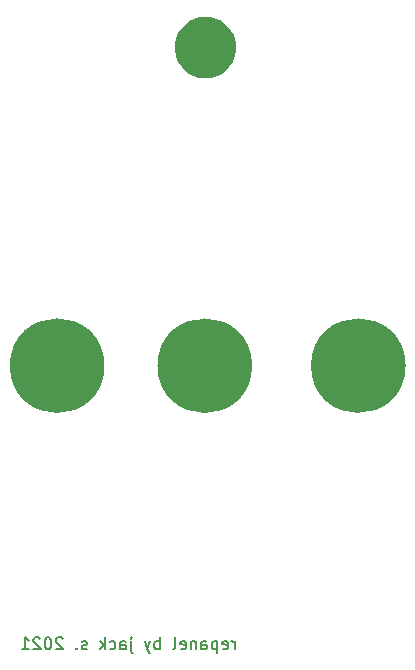
<source format=gbr>
G04 #@! TF.GenerationSoftware,KiCad,Pcbnew,(5.1.5-0)*
G04 #@! TF.CreationDate,2021-01-12T21:58:13-08:00*
G04 #@! TF.ProjectId,delaynomore,64656c61-796e-46f6-9d6f-72652e6b6963,rev?*
G04 #@! TF.SameCoordinates,Original*
G04 #@! TF.FileFunction,Soldermask,Bot*
G04 #@! TF.FilePolarity,Negative*
%FSLAX46Y46*%
G04 Gerber Fmt 4.6, Leading zero omitted, Abs format (unit mm)*
G04 Created by KiCad (PCBNEW (5.1.5-0)) date 2021-01-12 21:58:13*
%MOMM*%
%LPD*%
G04 APERTURE LIST*
%ADD10C,1.000000*%
%ADD11C,0.150000*%
%ADD12C,0.100000*%
G04 APERTURE END LIST*
D10*
X36700000Y-97450000D02*
G75*
G03X36700000Y-97450000I-3500000J0D01*
G01*
D11*
X22726190Y-121452380D02*
X22726190Y-120785714D01*
X22726190Y-120976190D02*
X22678571Y-120880952D01*
X22630952Y-120833333D01*
X22535714Y-120785714D01*
X22440476Y-120785714D01*
X21726190Y-121404761D02*
X21821428Y-121452380D01*
X22011904Y-121452380D01*
X22107142Y-121404761D01*
X22154761Y-121309523D01*
X22154761Y-120928571D01*
X22107142Y-120833333D01*
X22011904Y-120785714D01*
X21821428Y-120785714D01*
X21726190Y-120833333D01*
X21678571Y-120928571D01*
X21678571Y-121023809D01*
X22154761Y-121119047D01*
X21250000Y-120785714D02*
X21250000Y-121785714D01*
X21250000Y-120833333D02*
X21154761Y-120785714D01*
X20964285Y-120785714D01*
X20869047Y-120833333D01*
X20821428Y-120880952D01*
X20773809Y-120976190D01*
X20773809Y-121261904D01*
X20821428Y-121357142D01*
X20869047Y-121404761D01*
X20964285Y-121452380D01*
X21154761Y-121452380D01*
X21250000Y-121404761D01*
X19916666Y-121452380D02*
X19916666Y-120928571D01*
X19964285Y-120833333D01*
X20059523Y-120785714D01*
X20250000Y-120785714D01*
X20345238Y-120833333D01*
X19916666Y-121404761D02*
X20011904Y-121452380D01*
X20250000Y-121452380D01*
X20345238Y-121404761D01*
X20392857Y-121309523D01*
X20392857Y-121214285D01*
X20345238Y-121119047D01*
X20250000Y-121071428D01*
X20011904Y-121071428D01*
X19916666Y-121023809D01*
X19440476Y-120785714D02*
X19440476Y-121452380D01*
X19440476Y-120880952D02*
X19392857Y-120833333D01*
X19297619Y-120785714D01*
X19154761Y-120785714D01*
X19059523Y-120833333D01*
X19011904Y-120928571D01*
X19011904Y-121452380D01*
X18154761Y-121404761D02*
X18250000Y-121452380D01*
X18440476Y-121452380D01*
X18535714Y-121404761D01*
X18583333Y-121309523D01*
X18583333Y-120928571D01*
X18535714Y-120833333D01*
X18440476Y-120785714D01*
X18250000Y-120785714D01*
X18154761Y-120833333D01*
X18107142Y-120928571D01*
X18107142Y-121023809D01*
X18583333Y-121119047D01*
X17535714Y-121452380D02*
X17630952Y-121404761D01*
X17678571Y-121309523D01*
X17678571Y-120452380D01*
X16392857Y-121452380D02*
X16392857Y-120452380D01*
X16392857Y-120833333D02*
X16297619Y-120785714D01*
X16107142Y-120785714D01*
X16011904Y-120833333D01*
X15964285Y-120880952D01*
X15916666Y-120976190D01*
X15916666Y-121261904D01*
X15964285Y-121357142D01*
X16011904Y-121404761D01*
X16107142Y-121452380D01*
X16297619Y-121452380D01*
X16392857Y-121404761D01*
X15583333Y-120785714D02*
X15345238Y-121452380D01*
X15107142Y-120785714D02*
X15345238Y-121452380D01*
X15440476Y-121690476D01*
X15488095Y-121738095D01*
X15583333Y-121785714D01*
X13964285Y-120785714D02*
X13964285Y-121642857D01*
X14011904Y-121738095D01*
X14107142Y-121785714D01*
X14154761Y-121785714D01*
X13964285Y-120452380D02*
X14011904Y-120500000D01*
X13964285Y-120547619D01*
X13916666Y-120500000D01*
X13964285Y-120452380D01*
X13964285Y-120547619D01*
X13059523Y-121452380D02*
X13059523Y-120928571D01*
X13107142Y-120833333D01*
X13202380Y-120785714D01*
X13392857Y-120785714D01*
X13488095Y-120833333D01*
X13059523Y-121404761D02*
X13154761Y-121452380D01*
X13392857Y-121452380D01*
X13488095Y-121404761D01*
X13535714Y-121309523D01*
X13535714Y-121214285D01*
X13488095Y-121119047D01*
X13392857Y-121071428D01*
X13154761Y-121071428D01*
X13059523Y-121023809D01*
X12154761Y-121404761D02*
X12250000Y-121452380D01*
X12440476Y-121452380D01*
X12535714Y-121404761D01*
X12583333Y-121357142D01*
X12630952Y-121261904D01*
X12630952Y-120976190D01*
X12583333Y-120880952D01*
X12535714Y-120833333D01*
X12440476Y-120785714D01*
X12250000Y-120785714D01*
X12154761Y-120833333D01*
X11726190Y-121452380D02*
X11726190Y-120452380D01*
X11630952Y-121071428D02*
X11345238Y-121452380D01*
X11345238Y-120785714D02*
X11726190Y-121166666D01*
X10202380Y-121404761D02*
X10107142Y-121452380D01*
X9916666Y-121452380D01*
X9821428Y-121404761D01*
X9773809Y-121309523D01*
X9773809Y-121261904D01*
X9821428Y-121166666D01*
X9916666Y-121119047D01*
X10059523Y-121119047D01*
X10154761Y-121071428D01*
X10202380Y-120976190D01*
X10202380Y-120928571D01*
X10154761Y-120833333D01*
X10059523Y-120785714D01*
X9916666Y-120785714D01*
X9821428Y-120833333D01*
X9345238Y-121357142D02*
X9297619Y-121404761D01*
X9345238Y-121452380D01*
X9392857Y-121404761D01*
X9345238Y-121357142D01*
X9345238Y-121452380D01*
X8154761Y-120547619D02*
X8107142Y-120500000D01*
X8011904Y-120452380D01*
X7773809Y-120452380D01*
X7678571Y-120500000D01*
X7630952Y-120547619D01*
X7583333Y-120642857D01*
X7583333Y-120738095D01*
X7630952Y-120880952D01*
X8202380Y-121452380D01*
X7583333Y-121452380D01*
X6964285Y-120452380D02*
X6869047Y-120452380D01*
X6773809Y-120500000D01*
X6726190Y-120547619D01*
X6678571Y-120642857D01*
X6630952Y-120833333D01*
X6630952Y-121071428D01*
X6678571Y-121261904D01*
X6726190Y-121357142D01*
X6773809Y-121404761D01*
X6869047Y-121452380D01*
X6964285Y-121452380D01*
X7059523Y-121404761D01*
X7107142Y-121357142D01*
X7154761Y-121261904D01*
X7202380Y-121071428D01*
X7202380Y-120833333D01*
X7154761Y-120642857D01*
X7107142Y-120547619D01*
X7059523Y-120500000D01*
X6964285Y-120452380D01*
X6250000Y-120547619D02*
X6202380Y-120500000D01*
X6107142Y-120452380D01*
X5869047Y-120452380D01*
X5773809Y-120500000D01*
X5726190Y-120547619D01*
X5678571Y-120642857D01*
X5678571Y-120738095D01*
X5726190Y-120880952D01*
X6297619Y-121452380D01*
X5678571Y-121452380D01*
X4726190Y-121452380D02*
X5297619Y-121452380D01*
X5011904Y-121452380D02*
X5011904Y-120452380D01*
X5107142Y-120595238D01*
X5202380Y-120690476D01*
X5297619Y-120738095D01*
D10*
X11200000Y-97450000D02*
G75*
G03X11200000Y-97450000I-3500000J0D01*
G01*
X23700000Y-97450000D02*
G75*
G03X23700000Y-97450000I-3500000J0D01*
G01*
D12*
G36*
X33804975Y-94408585D02*
G01*
X34104528Y-94468170D01*
X34668874Y-94701930D01*
X35176772Y-95041296D01*
X35608704Y-95473228D01*
X35948070Y-95981126D01*
X36181830Y-96545472D01*
X36301000Y-97144578D01*
X36301000Y-97755422D01*
X36181830Y-98354528D01*
X35948070Y-98918874D01*
X35608704Y-99426772D01*
X35176772Y-99858704D01*
X34668874Y-100198070D01*
X34104528Y-100431830D01*
X33804975Y-100491415D01*
X33505423Y-100551000D01*
X32894577Y-100551000D01*
X32595025Y-100491415D01*
X32295472Y-100431830D01*
X31731126Y-100198070D01*
X31223228Y-99858704D01*
X30791296Y-99426772D01*
X30451930Y-98918874D01*
X30218170Y-98354528D01*
X30099000Y-97755422D01*
X30099000Y-97144578D01*
X30218170Y-96545472D01*
X30451930Y-95981126D01*
X30791296Y-95473228D01*
X31223228Y-95041296D01*
X31731126Y-94701930D01*
X32295472Y-94468170D01*
X32595025Y-94408585D01*
X32894577Y-94349000D01*
X33505423Y-94349000D01*
X33804975Y-94408585D01*
G37*
G36*
X20804975Y-94408585D02*
G01*
X21104528Y-94468170D01*
X21668874Y-94701930D01*
X22176772Y-95041296D01*
X22608704Y-95473228D01*
X22948070Y-95981126D01*
X23181830Y-96545472D01*
X23301000Y-97144578D01*
X23301000Y-97755422D01*
X23181830Y-98354528D01*
X22948070Y-98918874D01*
X22608704Y-99426772D01*
X22176772Y-99858704D01*
X21668874Y-100198070D01*
X21104528Y-100431830D01*
X20804975Y-100491415D01*
X20505423Y-100551000D01*
X19894577Y-100551000D01*
X19595025Y-100491415D01*
X19295472Y-100431830D01*
X18731126Y-100198070D01*
X18223228Y-99858704D01*
X17791296Y-99426772D01*
X17451930Y-98918874D01*
X17218170Y-98354528D01*
X17099000Y-97755422D01*
X17099000Y-97144578D01*
X17218170Y-96545472D01*
X17451930Y-95981126D01*
X17791296Y-95473228D01*
X18223228Y-95041296D01*
X18731126Y-94701930D01*
X19295472Y-94468170D01*
X19595025Y-94408585D01*
X19894577Y-94349000D01*
X20505423Y-94349000D01*
X20804975Y-94408585D01*
G37*
G36*
X8304975Y-94408585D02*
G01*
X8604528Y-94468170D01*
X9168874Y-94701930D01*
X9676772Y-95041296D01*
X10108704Y-95473228D01*
X10448070Y-95981126D01*
X10681830Y-96545472D01*
X10801000Y-97144578D01*
X10801000Y-97755422D01*
X10681830Y-98354528D01*
X10448070Y-98918874D01*
X10108704Y-99426772D01*
X9676772Y-99858704D01*
X9168874Y-100198070D01*
X8604528Y-100431830D01*
X8304975Y-100491415D01*
X8005423Y-100551000D01*
X7394577Y-100551000D01*
X7095025Y-100491415D01*
X6795472Y-100431830D01*
X6231126Y-100198070D01*
X5723228Y-99858704D01*
X5291296Y-99426772D01*
X4951930Y-98918874D01*
X4718170Y-98354528D01*
X4599000Y-97755422D01*
X4599000Y-97144578D01*
X4718170Y-96545472D01*
X4951930Y-95981126D01*
X5291296Y-95473228D01*
X5723228Y-95041296D01*
X6231126Y-94701930D01*
X6795472Y-94468170D01*
X7095025Y-94408585D01*
X7394577Y-94349000D01*
X8005423Y-94349000D01*
X8304975Y-94408585D01*
G37*
G36*
X20757430Y-67948977D02*
G01*
X21008684Y-67998955D01*
X21204752Y-68080169D01*
X21482034Y-68195023D01*
X21482035Y-68195024D01*
X21908041Y-68479671D01*
X22270329Y-68841959D01*
X22460524Y-69126607D01*
X22554977Y-69267966D01*
X22751045Y-69741317D01*
X22851000Y-70243823D01*
X22851000Y-70756177D01*
X22751045Y-71258683D01*
X22554977Y-71732034D01*
X22554976Y-71732035D01*
X22270329Y-72158041D01*
X21908041Y-72520329D01*
X21623393Y-72710524D01*
X21482034Y-72804977D01*
X21204752Y-72919831D01*
X21008684Y-73001045D01*
X20757430Y-73051023D01*
X20506177Y-73101000D01*
X19993823Y-73101000D01*
X19742570Y-73051023D01*
X19491316Y-73001045D01*
X19295248Y-72919831D01*
X19017966Y-72804977D01*
X18876607Y-72710524D01*
X18591959Y-72520329D01*
X18229671Y-72158041D01*
X17945024Y-71732035D01*
X17945023Y-71732034D01*
X17748955Y-71258683D01*
X17649000Y-70756177D01*
X17649000Y-70243823D01*
X17748955Y-69741317D01*
X17945023Y-69267966D01*
X18039476Y-69126607D01*
X18229671Y-68841959D01*
X18591959Y-68479671D01*
X19017965Y-68195024D01*
X19017966Y-68195023D01*
X19295248Y-68080169D01*
X19491316Y-67998955D01*
X19742570Y-67948977D01*
X19993823Y-67899000D01*
X20506177Y-67899000D01*
X20757430Y-67948977D01*
G37*
M02*

</source>
